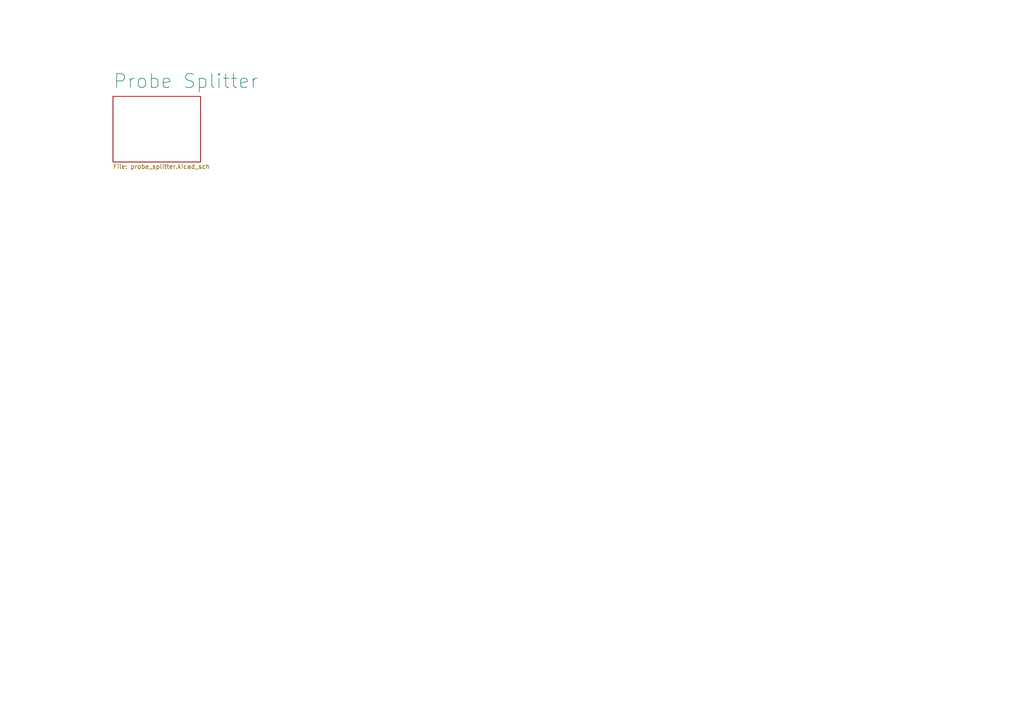
<source format=kicad_sch>
(kicad_sch
	(version 20231120)
	(generator "eeschema")
	(generator_version "8.0")
	(uuid "0286cab7-ab30-426b-8345-1f03e11d2c7c")
	(paper "A4")
	(lib_symbols)
	(sheet
		(at 32.766 27.94)
		(size 25.4 19.05)
		(fields_autoplaced yes)
		(stroke
			(width 0.1524)
			(type solid)
		)
		(fill
			(color 0 0 0 0.0000)
		)
		(uuid "fa193ee4-ad8b-446c-a743-1f65da52715e")
		(property "Sheetname" "Probe Splitter"
			(at 32.766 25.8634 0)
			(effects
				(font
					(size 4 4)
				)
				(justify left bottom)
			)
		)
		(property "Sheetfile" "probe_splitter.kicad_sch"
			(at 32.766 47.5746 0)
			(effects
				(font
					(size 1.27 1.27)
				)
				(justify left top)
			)
		)
		(instances
			(project "splitter"
				(path "/0286cab7-ab30-426b-8345-1f03e11d2c7c"
					(page "2")
				)
			)
		)
	)
	(sheet_instances
		(path "/"
			(page "1")
		)
	)
)
</source>
